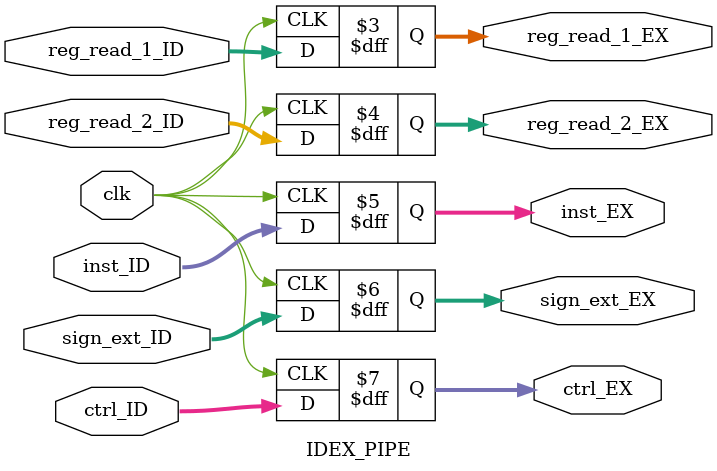
<source format=v>
module IDEX_PIPE(ctrl_EX, reg_read_1_EX, reg_read_2_EX, inst_EX, sign_ext_EX, reg_read_1_ID, reg_read_2_ID, inst_ID, sign_ext_ID, ctrl_ID, clk);

    input[31:0] reg_read_1_ID, reg_read_2_ID, inst_ID, sign_ext_ID;
    input [7:0] ctrl_ID;
    input clk;
    output[31:0] reg_read_1_EX, reg_read_2_EX, inst_EX, sign_ext_EX;
    output [7:0] ctrl_EX;

    reg [31:0] reg_read_1_EX, reg_read_2_EX, inst_EX, sign_ext_EX;
    reg[7:0] ctrl_EX;
    
    initial begin
        reg_read_1_EX=0;
        reg_read_2_EX=0;
        inst_EX=0;
        sign_ext_EX=0;
        ctrl_EX=0;
    end
    
    always @(posedge clk) begin
        reg_read_1_EX=reg_read_1_ID;
        reg_read_2_EX=reg_read_2_ID;
        inst_EX=inst_ID;
        sign_ext_EX=sign_ext_ID;
        ctrl_EX=ctrl_ID;
    end

endmodule


</source>
